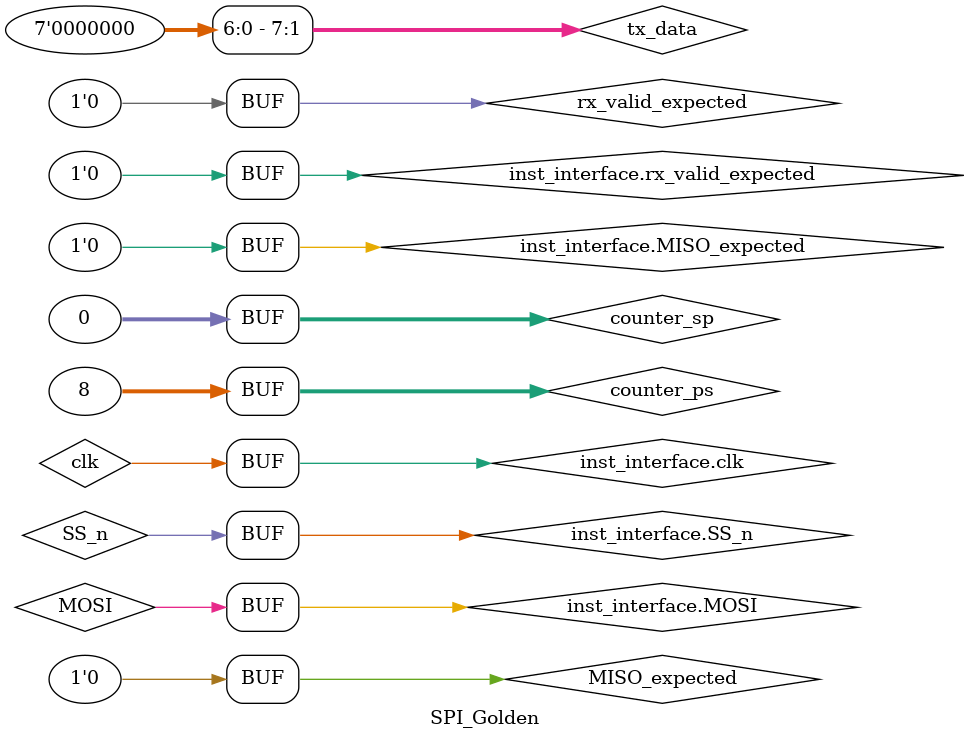
<source format=sv>
module SPI_Golden #(IDLE=0 ,CHK_CMD = 1,WRITE = 2,READ_ADD = 3,READ_DATA = 4)(interface_SPI.GOLDEN_REF inst_interface );

logic clk, rst_n, SS_n, MOSI, tx_valid;
logic [7:0] tx_data , temp;

logic MISO_expected , rx_valid_expected;
logic [9:0] rx_data_expected;

assign clk = inst_interface.clk;
assign rst_n=inst_interface.rst_n;
assign SS_n =inst_interface.SS_n;
assign MOSI =inst_interface.MOSI;


always@(*)begin
     tx_valid=inst_interface.tx_valid;
     tx_data =inst_interface.tx_data;

     inst_interface.MISO_expected=MISO_expected;
     inst_interface.rx_valid_expected =rx_valid_expected;
     inst_interface.rx_data_expected  =rx_data_expected;
end
(* fsm_encoding="sequential" *)
reg [2:0] cs, ns;// current state

reg address_recieved;
integer counter_sp;
integer counter_ps;
always@(cs)begin
	if (cs == IDLE)
		rx_data_expected <= 0;
		rx_valid_expected <= 0;
		MISO_expected  <= 0;
		counter_sp <= 0;
		counter_ps <= 8;
end

//State memory
always @(posedge clk) begin
	if (~rst_n) begin
		// reset
		cs <= IDLE;
	end
	else begin
		cs <= ns;
	end
end

//Next state logic
always @(*) begin
	case(cs)
	    IDLE:
	        if (SS_n) begin
	        	ns = IDLE;
	        end
	        else begin
	        	ns = CHK_CMD;
	        end
	    READ_ADD:
	        if (SS_n) begin
	        	ns = IDLE;
	        end
	        else begin
	        	ns = READ_ADD;
	        	// address_recieved = 1;// i received the address
	        end
	    CHK_CMD:
	        if (SS_n) begin
	        	ns = IDLE;
	        end
	        else if (MOSI) begin
	        	if (address_recieved == 1) begin
	        		ns = READ_DATA;
	        	end
	        	else begin
	        		ns = READ_ADD;
	        	end
	        end
	        else begin
	        	ns = WRITE;
	        end
	    WRITE:
	        if (SS_n) begin
	        	ns = IDLE;
	        end
	        else begin
	        	ns = WRITE;
	        end
	    READ_DATA:
	        if (SS_n) begin
	        	ns = IDLE;
	        end
	        else begin
	        	ns = READ_DATA;
	            // address_recieved = 0;
	        end
	    default: ns = IDLE;
	endcase
end

//Output logic
always @(posedge clk) begin
	if (~rst_n) begin
		// reset
		rx_data_expected <= 0;
		rx_valid_expected <= 0;
		MISO_expected  <= 0;
		counter_sp <= 0;
		counter_ps <= 8;
		address_recieved <= 0 ;
		temp <= 0 ;
	end
	else begin
		case(cs)
		    WRITE: begin
		    	if (counter_sp<10) begin
		    	 	rx_data_expected = {rx_data_expected,MOSI};//shifting
		    	    counter_sp = counter_sp + 1;
		    	    rx_valid_expected = 0;
		    	end
		    	if (counter_sp==10 && rx_data_expected[9]==1'b0) begin
		    		rx_valid_expected <= 1;

		    	end
		    end
		    READ_ADD: begin
		    	if (counter_sp<10) begin
		    	 	rx_data_expected = {rx_data_expected,MOSI};
		    	    counter_sp = counter_sp + 1;
		    	end
		    	if (counter_sp==10 && rx_data_expected[9:8]==2'b10) begin
		    		rx_valid_expected = 1;
		    		address_recieved = 1;
		    	end
		    end
		    READ_DATA: begin

		    	if (counter_sp <11 )begin
		    		if (counter_sp<10) begin
		    	 	    rx_data_expected = {rx_data_expected,MOSI};
		    	        counter_sp = counter_sp + 1;
		    	        rx_valid_expected = 0 ;
		    	    end
		    	    if (counter_sp == 10 && rx_data_expected[9:8]==2'b11)begin
		    		    rx_valid_expected = 1 ;
		    		    counter_sp = counter_sp + 1;
		    		    address_recieved = 0;
		    	    end
		    	end
               else begin
		      		counter_sp = counter_sp + 1;
		      		rx_valid_expected = 0 ;
		      		if (tx_valid && counter_sp == 13 )begin
		      			temp = tx_data ;
		      		end 
		      		if (counter_sp >= 13 && counter_ps > 0)begin
					    MISO_expected = temp [counter_ps - 1 ];
					    rx_valid_expected =0 ;
					    counter_ps = counter_ps - 1;    
				     end	
				end
                end 
		endcase
	end
end
endmodule
</source>
